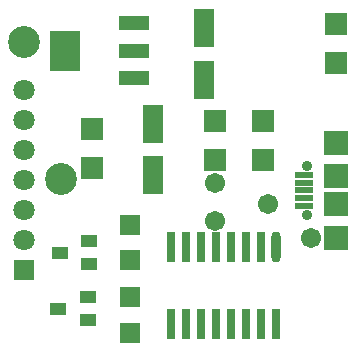
<source format=gts>
G04*
G04 #@! TF.GenerationSoftware,Altium Limited,Altium Designer,25.8.1 (18)*
G04*
G04 Layer_Color=8388736*
%FSLAX44Y44*%
%MOMM*%
G71*
G04*
G04 #@! TF.SameCoordinates,9F860039-6082-445F-9F98-FDF6B6AB7181*
G04*
G04*
G04 #@! TF.FilePolarity,Negative*
G04*
G01*
G75*
%ADD28R,1.5532X0.6032*%
%ADD29R,2.1032X2.0032*%
%ADD30R,2.1032X2.1032*%
%ADD31R,1.4032X1.0532*%
%ADD32R,1.8032X1.7032*%
%ADD33R,0.7874X2.6524*%
%ADD34O,0.7874X2.6524*%
%ADD35R,2.6032X1.2032*%
%ADD36R,2.6032X3.5032*%
%ADD37R,1.9032X1.9032*%
%ADD38R,1.8032X3.2032*%
%ADD39C,1.8032*%
%ADD40R,1.8032X1.8032*%
%ADD41C,0.9032*%
%ADD42C,2.7032*%
%ADD43C,1.7032*%
D28*
X253250Y141750D02*
D03*
Y135250D02*
D03*
Y128750D02*
D03*
Y148250D02*
D03*
Y154750D02*
D03*
D29*
X280000Y101750D02*
D03*
Y181750D02*
D03*
D30*
Y153750D02*
D03*
Y129750D02*
D03*
D31*
X70000Y51105D02*
D03*
X69946Y31852D02*
D03*
X45000Y41301D02*
D03*
X71250Y98605D02*
D03*
X71196Y79352D02*
D03*
X46250Y88801D02*
D03*
D32*
X106250Y51250D02*
D03*
Y21250D02*
D03*
Y82500D02*
D03*
Y112500D02*
D03*
D33*
X216501Y93750D02*
D03*
X203802D02*
D03*
X191102D02*
D03*
X178402D02*
D03*
X165702D02*
D03*
X153002D02*
D03*
X140302D02*
D03*
X140301Y28750D02*
D03*
X153001D02*
D03*
X165701D02*
D03*
X178401D02*
D03*
X191101D02*
D03*
X203801D02*
D03*
X216501D02*
D03*
X229201D02*
D03*
D34*
Y93750D02*
D03*
D35*
X109000Y237000D02*
D03*
Y260000D02*
D03*
Y283000D02*
D03*
D36*
X51000Y260000D02*
D03*
D37*
X73750Y161000D02*
D03*
Y194000D02*
D03*
X177500Y167250D02*
D03*
Y200250D02*
D03*
X280000Y249750D02*
D03*
Y282750D02*
D03*
X218750Y200250D02*
D03*
Y167250D02*
D03*
D38*
X125000Y154250D02*
D03*
Y198250D02*
D03*
X168750Y235500D02*
D03*
Y279500D02*
D03*
D39*
X16250Y125450D02*
D03*
Y100050D02*
D03*
Y150850D02*
D03*
Y201650D02*
D03*
Y227050D02*
D03*
Y176250D02*
D03*
D40*
Y74650D02*
D03*
D41*
X255500Y162500D02*
D03*
Y121000D02*
D03*
D42*
X47500Y151250D02*
D03*
X16540Y267500D02*
D03*
D43*
X222500Y130000D02*
D03*
X258750Y101250D02*
D03*
X177500Y116050D02*
D03*
Y147500D02*
D03*
M02*

</source>
